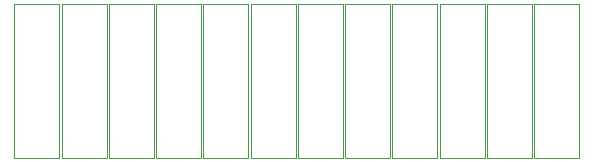
<source format=gbr>
%TF.GenerationSoftware,KiCad,Pcbnew,7.0.7*%
%TF.CreationDate,2024-05-12T11:23:56+02:00*%
%TF.ProjectId,Projekt,50726f6a-656b-4742-9e6b-696361645f70,rev?*%
%TF.SameCoordinates,Original*%
%TF.FileFunction,Other,User*%
%FSLAX46Y46*%
G04 Gerber Fmt 4.6, Leading zero omitted, Abs format (unit mm)*
G04 Created by KiCad (PCBNEW 7.0.7) date 2024-05-12 11:23:56*
%MOMM*%
%LPD*%
G01*
G04 APERTURE LIST*
%ADD10C,0.050000*%
G04 APERTURE END LIST*
D10*
%TO.C,REF\u002A\u002A*%
X43600000Y-116000000D02*
X43600000Y-103000000D01*
X43600000Y-116000000D02*
X47400000Y-116000000D01*
X47400000Y-103000000D02*
X43600000Y-103000000D01*
X47400000Y-103000000D02*
X47400000Y-116000000D01*
X47600000Y-116000000D02*
X47600000Y-103000000D01*
X47600000Y-116000000D02*
X51400000Y-116000000D01*
X51400000Y-103000000D02*
X47600000Y-103000000D01*
X51400000Y-103000000D02*
X51400000Y-116000000D01*
X51600000Y-116000000D02*
X51600000Y-103000000D01*
X51600000Y-116000000D02*
X55400000Y-116000000D01*
X55400000Y-103000000D02*
X51600000Y-103000000D01*
X55400000Y-103000000D02*
X55400000Y-116000000D01*
X55600000Y-116000000D02*
X55600000Y-103000000D01*
X55600000Y-116000000D02*
X59400000Y-116000000D01*
X59400000Y-103000000D02*
X55600000Y-103000000D01*
X59400000Y-103000000D02*
X59400000Y-116000000D01*
X59600000Y-116000000D02*
X59600000Y-103000000D01*
X59600000Y-116000000D02*
X63400000Y-116000000D01*
X63400000Y-103000000D02*
X59600000Y-103000000D01*
X63400000Y-103000000D02*
X63400000Y-116000000D01*
X63600000Y-116000000D02*
X63600000Y-103000000D01*
X63600000Y-116000000D02*
X67400000Y-116000000D01*
X67400000Y-103000000D02*
X63600000Y-103000000D01*
X67400000Y-103000000D02*
X67400000Y-116000000D01*
X67600000Y-116000000D02*
X67600000Y-103000000D01*
X67600000Y-116000000D02*
X71400000Y-116000000D01*
X71400000Y-103000000D02*
X67600000Y-103000000D01*
X71400000Y-103000000D02*
X71400000Y-116000000D01*
X71600000Y-116000000D02*
X71600000Y-103000000D01*
X71600000Y-116000000D02*
X75400000Y-116000000D01*
X75400000Y-103000000D02*
X71600000Y-103000000D01*
X75400000Y-103000000D02*
X75400000Y-116000000D01*
X75600000Y-116000000D02*
X75600000Y-103000000D01*
X75600000Y-116000000D02*
X79400000Y-116000000D01*
X79400000Y-103000000D02*
X75600000Y-103000000D01*
X79400000Y-103000000D02*
X79400000Y-116000000D01*
X79600000Y-116000000D02*
X79600000Y-103000000D01*
X79600000Y-116000000D02*
X83400000Y-116000000D01*
X83400000Y-103000000D02*
X79600000Y-103000000D01*
X83400000Y-103000000D02*
X83400000Y-116000000D01*
X83600000Y-116000000D02*
X83600000Y-103000000D01*
X83600000Y-116000000D02*
X87400000Y-116000000D01*
X87400000Y-103000000D02*
X83600000Y-103000000D01*
X87400000Y-103000000D02*
X87400000Y-116000000D01*
X87600000Y-116000000D02*
X87600000Y-103000000D01*
X87600000Y-116000000D02*
X91400000Y-116000000D01*
X91400000Y-103000000D02*
X87600000Y-103000000D01*
X91400000Y-103000000D02*
X91400000Y-116000000D01*
%TD*%
M02*

</source>
